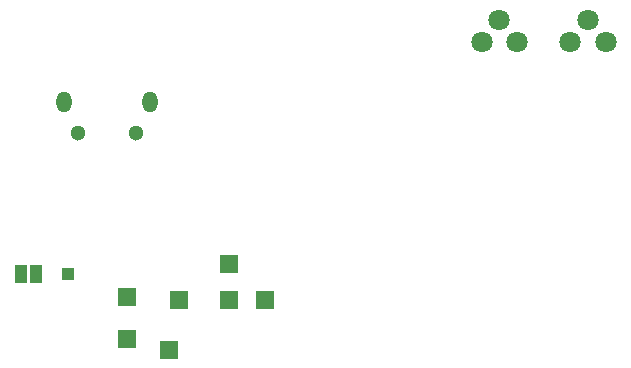
<source format=gbr>
%TF.GenerationSoftware,KiCad,Pcbnew,8.0.4*%
%TF.CreationDate,2025-01-08T21:09:23+00:00*%
%TF.ProjectId,esp32-c,65737033-322d-4632-9e6b-696361645f70,rev?*%
%TF.SameCoordinates,Original*%
%TF.FileFunction,Soldermask,Bot*%
%TF.FilePolarity,Negative*%
%FSLAX46Y46*%
G04 Gerber Fmt 4.6, Leading zero omitted, Abs format (unit mm)*
G04 Created by KiCad (PCBNEW 8.0.4) date 2025-01-08 21:09:23*
%MOMM*%
%LPD*%
G01*
G04 APERTURE LIST*
%ADD10C,1.800000*%
%ADD11C,1.300000*%
%ADD12O,1.300000X1.800000*%
%ADD13R,1.000000X1.500000*%
%ADD14R,1.500000X1.500000*%
%ADD15R,1.000000X1.000000*%
G04 APERTURE END LIST*
D10*
%TO.C,U15*%
X163999873Y-74350140D03*
X160999873Y-74350140D03*
X162500000Y-72500000D03*
%TD*%
%TO.C,U14*%
X156499873Y-74350140D03*
X153499873Y-74350140D03*
X155000000Y-72500000D03*
%TD*%
D11*
%TO.C,USB1*%
X124219579Y-82119735D03*
D12*
X125419477Y-79449682D03*
X118169795Y-79449682D03*
D11*
X119369693Y-82119989D03*
%TD*%
D13*
%TO.C,JP1*%
X115800000Y-94000000D03*
X114500000Y-94000000D03*
%TD*%
D14*
%TO.C,TP14*%
X132154814Y-96209652D03*
%TD*%
D15*
%TO.C,TP9*%
X118500000Y-94000000D03*
%TD*%
D14*
%TO.C,TP15*%
X127919477Y-96209652D03*
%TD*%
%TO.C,TP13*%
X135154814Y-96209652D03*
%TD*%
%TO.C,TP36*%
X123500000Y-96000000D03*
%TD*%
%TO.C,TP12*%
X127000000Y-100500000D03*
%TD*%
%TO.C,TP16*%
X132154814Y-93209652D03*
%TD*%
%TO.C,TP35*%
X123500000Y-99500000D03*
%TD*%
M02*

</source>
